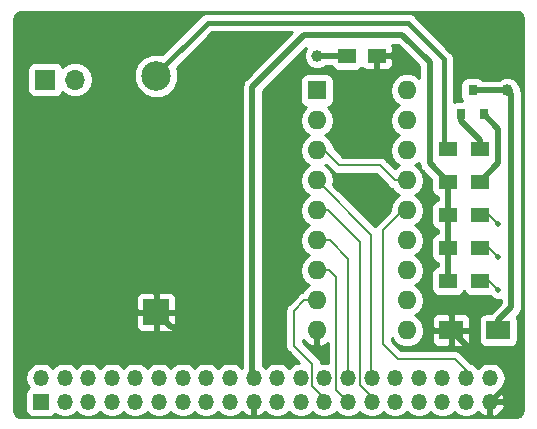
<source format=gtl>
G04 #@! TF.GenerationSoftware,KiCad,Pcbnew,5.0.2-bee76a0~70~ubuntu16.04.1*
G04 #@! TF.CreationDate,2019-01-05T22:09:08+01:00*
G04 #@! TF.ProjectId,OpenA1200RTC,4f70656e-4131-4323-9030-5254432e6b69,rev?*
G04 #@! TF.SameCoordinates,Original*
G04 #@! TF.FileFunction,Copper,L1,Top*
G04 #@! TF.FilePolarity,Positive*
%FSLAX46Y46*%
G04 Gerber Fmt 4.6, Leading zero omitted, Abs format (unit mm)*
G04 Created by KiCad (PCBNEW 5.0.2-bee76a0~70~ubuntu16.04.1) date sab 05 gen 2019 22:09:08 CET*
%MOMM*%
%LPD*%
G01*
G04 APERTURE LIST*
G04 #@! TA.AperFunction,ComponentPad*
%ADD10O,1.600000X1.600000*%
G04 #@! TD*
G04 #@! TA.AperFunction,ComponentPad*
%ADD11R,1.600000X1.600000*%
G04 #@! TD*
G04 #@! TA.AperFunction,ComponentPad*
%ADD12O,1.700000X1.700000*%
G04 #@! TD*
G04 #@! TA.AperFunction,ComponentPad*
%ADD13R,1.700000X1.700000*%
G04 #@! TD*
G04 #@! TA.AperFunction,SMDPad,CuDef*
%ADD14R,1.500000X1.250000*%
G04 #@! TD*
G04 #@! TA.AperFunction,SMDPad,CuDef*
%ADD15R,2.000000X1.600000*%
G04 #@! TD*
G04 #@! TA.AperFunction,SMDPad,CuDef*
%ADD16R,1.500000X1.300000*%
G04 #@! TD*
G04 #@! TA.AperFunction,ComponentPad*
%ADD17R,2.170000X2.170000*%
G04 #@! TD*
G04 #@! TA.AperFunction,ComponentPad*
%ADD18C,2.500000*%
G04 #@! TD*
G04 #@! TA.AperFunction,ComponentPad*
%ADD19O,1.350000X1.350000*%
G04 #@! TD*
G04 #@! TA.AperFunction,ComponentPad*
%ADD20R,1.350000X1.350000*%
G04 #@! TD*
G04 #@! TA.AperFunction,SMDPad,CuDef*
%ADD21R,0.800000X0.900000*%
G04 #@! TD*
G04 #@! TA.AperFunction,ViaPad*
%ADD22C,0.500000*%
G04 #@! TD*
G04 #@! TA.AperFunction,ViaPad*
%ADD23C,1.000000*%
G04 #@! TD*
G04 #@! TA.AperFunction,Conductor*
%ADD24C,0.200000*%
G04 #@! TD*
G04 #@! TA.AperFunction,Conductor*
%ADD25C,0.500000*%
G04 #@! TD*
G04 #@! TA.AperFunction,Conductor*
%ADD26C,0.400000*%
G04 #@! TD*
G04 #@! TA.AperFunction,Conductor*
%ADD27C,0.254000*%
G04 #@! TD*
G04 APERTURE END LIST*
D10*
G04 #@! TO.P,U1,18*
G04 #@! TO.N,VDD*
X159156400Y-80670400D03*
G04 #@! TO.P,U1,9*
G04 #@! TO.N,GND*
X151536400Y-100990400D03*
G04 #@! TO.P,U1,17*
G04 #@! TO.N,Net-(U1-Pad17)*
X159156400Y-83210400D03*
G04 #@! TO.P,U1,8*
G04 #@! TO.N,Net-(J1-Pad25)*
X151536400Y-98450400D03*
G04 #@! TO.P,U1,16*
G04 #@! TO.N,Net-(U1-Pad16)*
X159156400Y-85750400D03*
G04 #@! TO.P,U1,7*
G04 #@! TO.N,/RTC_A3*
X151536400Y-95910400D03*
G04 #@! TO.P,U1,15*
G04 #@! TO.N,Net-(R1-Pad2)*
X159156400Y-88290400D03*
G04 #@! TO.P,U1,6*
G04 #@! TO.N,/RTC_A2*
X151536400Y-93370400D03*
G04 #@! TO.P,U1,14*
G04 #@! TO.N,/RTC_D0*
X159156400Y-90830400D03*
G04 #@! TO.P,U1,5*
G04 #@! TO.N,/RTC_A1*
X151536400Y-90830400D03*
G04 #@! TO.P,U1,13*
G04 #@! TO.N,/RTC_D1*
X159156400Y-93370400D03*
G04 #@! TO.P,U1,4*
G04 #@! TO.N,/RTC_A0*
X151536400Y-88290400D03*
G04 #@! TO.P,U1,12*
G04 #@! TO.N,/RTC_D2*
X159156400Y-95910400D03*
G04 #@! TO.P,U1,3*
G04 #@! TO.N,Net-(R1-Pad2)*
X151536400Y-85750400D03*
G04 #@! TO.P,U1,11*
G04 #@! TO.N,/RTC_D3*
X159156400Y-98450400D03*
G04 #@! TO.P,U1,2*
G04 #@! TO.N,Net-(JP1-Pad2)*
X151536400Y-83210400D03*
G04 #@! TO.P,U1,10*
G04 #@! TO.N,Net-(J1-Pad26)*
X159156400Y-100990400D03*
D11*
G04 #@! TO.P,U1,1*
G04 #@! TO.N,Net-(R3-Pad2)*
X151536400Y-80670400D03*
G04 #@! TD*
D12*
G04 #@! TO.P,JP1,2*
G04 #@! TO.N,Net-(JP1-Pad2)*
X131064000Y-79756000D03*
D13*
G04 #@! TO.P,JP1,1*
G04 #@! TO.N,Net-(J1-Pad23)*
X128524000Y-79756000D03*
G04 #@! TD*
D14*
G04 #@! TO.P,C1,2*
G04 #@! TO.N,GND*
X156596400Y-77724000D03*
G04 #@! TO.P,C1,1*
G04 #@! TO.N,VDD*
X154096400Y-77724000D03*
G04 #@! TD*
D15*
G04 #@! TO.P,C2,2*
G04 #@! TO.N,GND*
X162896800Y-100965000D03*
G04 #@! TO.P,C2,1*
G04 #@! TO.N,VDD*
X166896800Y-100965000D03*
G04 #@! TD*
D16*
G04 #@! TO.P,R5,2*
G04 #@! TO.N,Net-(D1-Pad1)*
X165332400Y-85598000D03*
G04 #@! TO.P,R5,1*
G04 #@! TO.N,Net-(BT1-Pad1)*
X162632400Y-85598000D03*
G04 #@! TD*
G04 #@! TO.P,R4,1*
G04 #@! TO.N,VCC*
X162632400Y-88398000D03*
G04 #@! TO.P,R4,2*
G04 #@! TO.N,Net-(D1-Pad2)*
X165332400Y-88398000D03*
G04 #@! TD*
G04 #@! TO.P,R3,2*
G04 #@! TO.N,Net-(R3-Pad2)*
X165332400Y-91198000D03*
G04 #@! TO.P,R3,1*
G04 #@! TO.N,VCC*
X162632400Y-91198000D03*
G04 #@! TD*
G04 #@! TO.P,R2,1*
G04 #@! TO.N,VCC*
X162632400Y-93998000D03*
G04 #@! TO.P,R2,2*
G04 #@! TO.N,Net-(JP1-Pad2)*
X165332400Y-93998000D03*
G04 #@! TD*
G04 #@! TO.P,R1,2*
G04 #@! TO.N,Net-(R1-Pad2)*
X165332400Y-96798000D03*
G04 #@! TO.P,R1,1*
G04 #@! TO.N,VCC*
X162632400Y-96798000D03*
G04 #@! TD*
D17*
G04 #@! TO.P,BT1,2*
G04 #@! TO.N,GND*
X137922000Y-99441000D03*
D18*
G04 #@! TO.P,BT1,1*
G04 #@! TO.N,Net-(BT1-Pad1)*
X137922000Y-79441000D03*
G04 #@! TD*
D19*
G04 #@! TO.P,J1,40*
G04 #@! TO.N,Net-(J1-Pad40)*
X166168400Y-105022900D03*
G04 #@! TO.P,J1,39*
G04 #@! TO.N,GND*
X166168400Y-107022900D03*
G04 #@! TO.P,J1,38*
G04 #@! TO.N,/RTC_D0*
X164168400Y-105022900D03*
G04 #@! TO.P,J1,37*
G04 #@! TO.N,/RTC_D1*
X164168400Y-107022900D03*
G04 #@! TO.P,J1,36*
G04 #@! TO.N,/RTC_D2*
X162168400Y-105022900D03*
G04 #@! TO.P,J1,35*
G04 #@! TO.N,/RTC_D3*
X162168400Y-107022900D03*
G04 #@! TO.P,J1,34*
G04 #@! TO.N,Net-(J1-Pad34)*
X160168400Y-105022900D03*
G04 #@! TO.P,J1,33*
G04 #@! TO.N,Net-(J1-Pad33)*
X160168400Y-107022900D03*
G04 #@! TO.P,J1,32*
G04 #@! TO.N,Net-(J1-Pad32)*
X158168400Y-105022900D03*
G04 #@! TO.P,J1,31*
G04 #@! TO.N,Net-(J1-Pad31)*
X158168400Y-107022900D03*
G04 #@! TO.P,J1,30*
G04 #@! TO.N,/RTC_A0*
X156168400Y-105022900D03*
G04 #@! TO.P,J1,29*
G04 #@! TO.N,/RTC_A1*
X156168400Y-107022900D03*
G04 #@! TO.P,J1,28*
G04 #@! TO.N,/RTC_A2*
X154168400Y-105022900D03*
G04 #@! TO.P,J1,27*
G04 #@! TO.N,/RTC_A3*
X154168400Y-107022900D03*
G04 #@! TO.P,J1,26*
G04 #@! TO.N,Net-(J1-Pad26)*
X152168400Y-105022900D03*
G04 #@! TO.P,J1,25*
G04 #@! TO.N,Net-(J1-Pad25)*
X152168400Y-107022900D03*
G04 #@! TO.P,J1,24*
G04 #@! TO.N,Net-(J1-Pad24)*
X150168400Y-105022900D03*
G04 #@! TO.P,J1,23*
G04 #@! TO.N,Net-(J1-Pad23)*
X150168400Y-107022900D03*
G04 #@! TO.P,J1,22*
G04 #@! TO.N,Net-(J1-Pad22)*
X148168400Y-105022900D03*
G04 #@! TO.P,J1,21*
G04 #@! TO.N,Net-(J1-Pad21)*
X148168400Y-107022900D03*
G04 #@! TO.P,J1,20*
G04 #@! TO.N,VCC*
X146168400Y-105022900D03*
G04 #@! TO.P,J1,19*
G04 #@! TO.N,GND*
X146168400Y-107022900D03*
G04 #@! TO.P,J1,18*
G04 #@! TO.N,Net-(J1-Pad18)*
X144168400Y-105022900D03*
G04 #@! TO.P,J1,17*
G04 #@! TO.N,Net-(J1-Pad17)*
X144168400Y-107022900D03*
G04 #@! TO.P,J1,16*
G04 #@! TO.N,Net-(J1-Pad16)*
X142168400Y-105022900D03*
G04 #@! TO.P,J1,15*
G04 #@! TO.N,Net-(J1-Pad15)*
X142168400Y-107022900D03*
G04 #@! TO.P,J1,14*
G04 #@! TO.N,Net-(J1-Pad14)*
X140168400Y-105022900D03*
G04 #@! TO.P,J1,13*
G04 #@! TO.N,Net-(J1-Pad13)*
X140168400Y-107022900D03*
G04 #@! TO.P,J1,12*
G04 #@! TO.N,Net-(J1-Pad12)*
X138168400Y-105022900D03*
G04 #@! TO.P,J1,11*
G04 #@! TO.N,Net-(J1-Pad11)*
X138168400Y-107022900D03*
G04 #@! TO.P,J1,10*
G04 #@! TO.N,Net-(J1-Pad10)*
X136168400Y-105022900D03*
G04 #@! TO.P,J1,9*
G04 #@! TO.N,Net-(J1-Pad9)*
X136168400Y-107022900D03*
G04 #@! TO.P,J1,8*
G04 #@! TO.N,Net-(J1-Pad8)*
X134168400Y-105022900D03*
G04 #@! TO.P,J1,7*
G04 #@! TO.N,Net-(J1-Pad7)*
X134168400Y-107022900D03*
G04 #@! TO.P,J1,6*
G04 #@! TO.N,Net-(J1-Pad6)*
X132168400Y-105022900D03*
G04 #@! TO.P,J1,5*
G04 #@! TO.N,Net-(J1-Pad5)*
X132168400Y-107022900D03*
G04 #@! TO.P,J1,4*
G04 #@! TO.N,Net-(J1-Pad4)*
X130168400Y-105022900D03*
G04 #@! TO.P,J1,3*
G04 #@! TO.N,Net-(J1-Pad3)*
X130168400Y-107022900D03*
G04 #@! TO.P,J1,2*
G04 #@! TO.N,Net-(J1-Pad2)*
X128168400Y-105022900D03*
D20*
G04 #@! TO.P,J1,1*
G04 #@! TO.N,Net-(J1-Pad1)*
X128168400Y-107022900D03*
G04 #@! TD*
D21*
G04 #@! TO.P,D1,3*
G04 #@! TO.N,VDD*
X164719000Y-80670400D03*
G04 #@! TO.P,D1,2*
G04 #@! TO.N,Net-(D1-Pad2)*
X165669000Y-82670400D03*
G04 #@! TO.P,D1,1*
G04 #@! TO.N,Net-(D1-Pad1)*
X163769000Y-82670400D03*
G04 #@! TD*
D22*
G04 #@! TO.N,Net-(R1-Pad2)*
X166878000Y-97536000D03*
G04 #@! TO.N,Net-(JP1-Pad2)*
X166878000Y-94742000D03*
G04 #@! TO.N,Net-(R3-Pad2)*
X166878000Y-91948000D03*
D23*
G04 #@! TO.N,VDD*
X167640000Y-80670400D03*
X151546560Y-77718920D03*
G04 #@! TO.N,GND*
X140884400Y-95910400D03*
X134756400Y-95910400D03*
X132232400Y-100736400D03*
X143662400Y-100736400D03*
X168046400Y-75082400D03*
X126849400Y-75082400D03*
X140884400Y-91084400D03*
X134756400Y-91084400D03*
X155346400Y-85750400D03*
X155346400Y-88290400D03*
G04 #@! TD*
D24*
G04 #@! TO.N,Net-(R1-Pad2)*
X159156400Y-88290400D02*
X158115000Y-88290400D01*
X158115000Y-88290400D02*
X156845000Y-87020400D01*
X156845000Y-87020400D02*
X153441400Y-87020400D01*
X152171400Y-85750400D02*
X151536400Y-85750400D01*
X153441400Y-87020400D02*
X152171400Y-85750400D01*
X166140000Y-96798000D02*
X166878000Y-97536000D01*
X165332400Y-96798000D02*
X166140000Y-96798000D01*
D25*
G04 #@! TO.N,VCC*
X162632400Y-96798000D02*
X162632400Y-93998000D01*
X162632400Y-93998000D02*
X162632400Y-91198000D01*
X162632400Y-91198000D02*
X162632400Y-88398000D01*
X162616800Y-88398000D02*
X162632400Y-88398000D01*
X161074100Y-78270100D02*
X161074100Y-86839700D01*
X146075400Y-104929900D02*
X146075400Y-80352900D01*
X146075400Y-80352900D02*
X150482300Y-75946000D01*
X150482300Y-75946000D02*
X158750000Y-75946000D01*
X161074100Y-86839700D02*
X162632400Y-88398000D01*
X158750000Y-75946000D02*
X161074100Y-78270100D01*
D24*
G04 #@! TO.N,Net-(JP1-Pad2)*
X166134000Y-93998000D02*
X166878000Y-94742000D01*
X165332400Y-93998000D02*
X166134000Y-93998000D01*
G04 #@! TO.N,Net-(R3-Pad2)*
X166128000Y-91198000D02*
X166878000Y-91948000D01*
X165332400Y-91198000D02*
X166128000Y-91198000D01*
D25*
G04 #@! TO.N,VDD*
X151551640Y-77724000D02*
X151546560Y-77718920D01*
X154096400Y-77724000D02*
X151551640Y-77724000D01*
X167640000Y-80670400D02*
X164719000Y-80670400D01*
X166896800Y-100115620D02*
X166896800Y-100965000D01*
X167975280Y-81005680D02*
X167975280Y-99037140D01*
X167975280Y-99037140D02*
X166896800Y-100115620D01*
X167640000Y-80670400D02*
X167975280Y-81005680D01*
G04 #@! TO.N,Net-(D1-Pad1)*
X163769000Y-82670400D02*
X163769000Y-83276400D01*
X165332400Y-84839800D02*
X165332400Y-85598000D01*
X163769000Y-83276400D02*
X165332400Y-84839800D01*
D24*
G04 #@! TO.N,Net-(BT1-Pad1)*
X162632400Y-85598000D02*
X162632400Y-85594200D01*
D26*
X142306000Y-74930000D02*
X137922000Y-79314000D01*
X162632400Y-85598000D02*
X162306000Y-85271600D01*
X162306000Y-85271600D02*
X162306000Y-78028800D01*
X162306000Y-78028800D02*
X159207200Y-74930000D01*
X159207200Y-74930000D02*
X142306000Y-74930000D01*
D25*
G04 #@! TO.N,GND*
X156596400Y-81325400D02*
X156596400Y-77622400D01*
X155346400Y-85750400D02*
X155346400Y-82575400D01*
X155346400Y-82575400D02*
X156596400Y-81325400D01*
X146168400Y-107022900D02*
X146168400Y-107052400D01*
X140884400Y-97958400D02*
X143662400Y-100736400D01*
X140884400Y-95910400D02*
X140884400Y-97958400D01*
X140884400Y-91084400D02*
X140884400Y-95910400D01*
X134756400Y-98212400D02*
X132232400Y-100736400D01*
X134756400Y-95910400D02*
X134756400Y-98212400D01*
X134756400Y-91084400D02*
X134756400Y-95910400D01*
X167728900Y-105562400D02*
X167728900Y-104013000D01*
X166763700Y-103047800D02*
X167728900Y-104013000D01*
X164979600Y-103047800D02*
X166763700Y-103047800D01*
X162896800Y-100965000D02*
X164979600Y-103047800D01*
X166268400Y-107022900D02*
X167728900Y-105562400D01*
X139217400Y-100736400D02*
X137922000Y-99441000D01*
X143662400Y-100736400D02*
X139217400Y-100736400D01*
X146168400Y-107022900D02*
X146138900Y-107022900D01*
D24*
G04 #@! TO.N,Net-(J1-Pad25)*
X150469600Y-98450400D02*
X151536400Y-98450400D01*
X149606000Y-99314000D02*
X150469600Y-98450400D01*
X149606000Y-102273100D02*
X149606000Y-99314000D01*
X151155400Y-105714800D02*
X151155400Y-103822500D01*
X152168400Y-106727800D02*
X151155400Y-105714800D01*
X152168400Y-107022900D02*
X152168400Y-106727800D01*
X151155400Y-103822500D02*
X149606000Y-102273100D01*
G04 #@! TO.N,/RTC_A3*
X154165300Y-107022900D02*
X154168400Y-107022900D01*
X151536400Y-95910400D02*
X152577800Y-95910400D01*
X152577800Y-95910400D02*
X153174700Y-96507300D01*
X153174700Y-96507300D02*
X153174700Y-106032300D01*
X153174700Y-106032300D02*
X154165300Y-107022900D01*
G04 #@! TO.N,/RTC_A2*
X152631700Y-93370400D02*
X154168400Y-94907100D01*
X151536400Y-93370400D02*
X152631700Y-93370400D01*
X154168400Y-105022900D02*
X154168400Y-94907100D01*
G04 #@! TO.N,/RTC_D0*
X164168400Y-104376800D02*
X164168400Y-105022900D01*
X163195000Y-103403400D02*
X164168400Y-104376800D01*
X158369000Y-103403400D02*
X163195000Y-103403400D01*
X159156400Y-90830400D02*
X158800800Y-90830400D01*
X158800800Y-90830400D02*
X157149800Y-92481400D01*
X157149800Y-92481400D02*
X157149800Y-102184200D01*
X157149800Y-102184200D02*
X158369000Y-103403400D01*
G04 #@! TO.N,/RTC_A1*
X156168400Y-107022900D02*
X156168400Y-106638400D01*
X156168400Y-106638400D02*
X155168600Y-105638600D01*
X152450800Y-90830400D02*
X155168600Y-93548200D01*
X155168600Y-105638600D02*
X155168600Y-93548200D01*
X152450800Y-90830400D02*
X151536400Y-90830400D01*
G04 #@! TO.N,/RTC_A0*
X156133800Y-92887800D02*
X156133800Y-104988300D01*
X156133800Y-92887800D02*
X151536400Y-88290400D01*
D25*
G04 #@! TO.N,Net-(D1-Pad2)*
X165348000Y-88398000D02*
X165332400Y-88398000D01*
X165669000Y-82670400D02*
X165669000Y-82687200D01*
X165669000Y-82687200D02*
X166908480Y-83926680D01*
X166908480Y-83926680D02*
X166908480Y-86837520D01*
X166908480Y-86837520D02*
X165348000Y-88398000D01*
G04 #@! TD*
D27*
G04 #@! TO.N,GND*
G36*
X168609187Y-74058465D02*
X168774320Y-74153805D01*
X168896888Y-74299877D01*
X168972955Y-74508865D01*
X168981400Y-74605396D01*
X168981401Y-107726275D01*
X168937335Y-107976187D01*
X168841996Y-108141319D01*
X168695924Y-108263888D01*
X168486932Y-108339955D01*
X168390404Y-108348400D01*
X126536519Y-108348400D01*
X126286613Y-108304335D01*
X126121481Y-108208996D01*
X125998912Y-108062924D01*
X125922845Y-107853932D01*
X125914400Y-107757404D01*
X125914400Y-105022900D01*
X126832736Y-105022900D01*
X126934407Y-105534036D01*
X127130114Y-105826932D01*
X127035591Y-105890091D01*
X126895243Y-106100135D01*
X126845960Y-106347900D01*
X126845960Y-107697900D01*
X126895243Y-107945665D01*
X127035591Y-108155709D01*
X127245635Y-108296057D01*
X127493400Y-108345340D01*
X128843400Y-108345340D01*
X129091165Y-108296057D01*
X129301209Y-108155709D01*
X129364368Y-108061186D01*
X129657264Y-108256893D01*
X130039378Y-108332900D01*
X130297422Y-108332900D01*
X130679536Y-108256893D01*
X131112857Y-107967357D01*
X131168400Y-107884231D01*
X131223943Y-107967357D01*
X131657264Y-108256893D01*
X132039378Y-108332900D01*
X132297422Y-108332900D01*
X132679536Y-108256893D01*
X133112857Y-107967357D01*
X133168400Y-107884231D01*
X133223943Y-107967357D01*
X133657264Y-108256893D01*
X134039378Y-108332900D01*
X134297422Y-108332900D01*
X134679536Y-108256893D01*
X135112857Y-107967357D01*
X135168400Y-107884231D01*
X135223943Y-107967357D01*
X135657264Y-108256893D01*
X136039378Y-108332900D01*
X136297422Y-108332900D01*
X136679536Y-108256893D01*
X137112857Y-107967357D01*
X137168400Y-107884231D01*
X137223943Y-107967357D01*
X137657264Y-108256893D01*
X138039378Y-108332900D01*
X138297422Y-108332900D01*
X138679536Y-108256893D01*
X139112857Y-107967357D01*
X139168400Y-107884231D01*
X139223943Y-107967357D01*
X139657264Y-108256893D01*
X140039378Y-108332900D01*
X140297422Y-108332900D01*
X140679536Y-108256893D01*
X141112857Y-107967357D01*
X141168400Y-107884231D01*
X141223943Y-107967357D01*
X141657264Y-108256893D01*
X142039378Y-108332900D01*
X142297422Y-108332900D01*
X142679536Y-108256893D01*
X143112857Y-107967357D01*
X143168400Y-107884231D01*
X143223943Y-107967357D01*
X143657264Y-108256893D01*
X144039378Y-108332900D01*
X144297422Y-108332900D01*
X144679536Y-108256893D01*
X145112857Y-107967357D01*
X145181556Y-107864542D01*
X145504767Y-108152378D01*
X145839000Y-108290810D01*
X146041400Y-108167124D01*
X146041400Y-107149900D01*
X146021400Y-107149900D01*
X146021400Y-106895900D01*
X146041400Y-106895900D01*
X146041400Y-106875900D01*
X146295400Y-106875900D01*
X146295400Y-106895900D01*
X146315400Y-106895900D01*
X146315400Y-107149900D01*
X146295400Y-107149900D01*
X146295400Y-108167124D01*
X146497800Y-108290810D01*
X146832033Y-108152378D01*
X147155244Y-107864542D01*
X147223943Y-107967357D01*
X147657264Y-108256893D01*
X148039378Y-108332900D01*
X148297422Y-108332900D01*
X148679536Y-108256893D01*
X149112857Y-107967357D01*
X149168400Y-107884231D01*
X149223943Y-107967357D01*
X149657264Y-108256893D01*
X150039378Y-108332900D01*
X150297422Y-108332900D01*
X150679536Y-108256893D01*
X151112857Y-107967357D01*
X151168400Y-107884231D01*
X151223943Y-107967357D01*
X151657264Y-108256893D01*
X152039378Y-108332900D01*
X152297422Y-108332900D01*
X152679536Y-108256893D01*
X153112857Y-107967357D01*
X153168400Y-107884231D01*
X153223943Y-107967357D01*
X153657264Y-108256893D01*
X154039378Y-108332900D01*
X154297422Y-108332900D01*
X154679536Y-108256893D01*
X155112857Y-107967357D01*
X155168400Y-107884231D01*
X155223943Y-107967357D01*
X155657264Y-108256893D01*
X156039378Y-108332900D01*
X156297422Y-108332900D01*
X156679536Y-108256893D01*
X157112857Y-107967357D01*
X157168400Y-107884231D01*
X157223943Y-107967357D01*
X157657264Y-108256893D01*
X158039378Y-108332900D01*
X158297422Y-108332900D01*
X158679536Y-108256893D01*
X159112857Y-107967357D01*
X159168400Y-107884231D01*
X159223943Y-107967357D01*
X159657264Y-108256893D01*
X160039378Y-108332900D01*
X160297422Y-108332900D01*
X160679536Y-108256893D01*
X161112857Y-107967357D01*
X161168400Y-107884231D01*
X161223943Y-107967357D01*
X161657264Y-108256893D01*
X162039378Y-108332900D01*
X162297422Y-108332900D01*
X162679536Y-108256893D01*
X163112857Y-107967357D01*
X163168400Y-107884231D01*
X163223943Y-107967357D01*
X163657264Y-108256893D01*
X164039378Y-108332900D01*
X164297422Y-108332900D01*
X164679536Y-108256893D01*
X165112857Y-107967357D01*
X165181556Y-107864542D01*
X165504767Y-108152378D01*
X165839000Y-108290810D01*
X166041400Y-108167124D01*
X166041400Y-107149900D01*
X166295400Y-107149900D01*
X166295400Y-108167124D01*
X166497800Y-108290810D01*
X166832033Y-108152378D01*
X167213749Y-107812440D01*
X167436320Y-107352302D01*
X167313490Y-107149900D01*
X166295400Y-107149900D01*
X166041400Y-107149900D01*
X166021400Y-107149900D01*
X166021400Y-106895900D01*
X166041400Y-106895900D01*
X166041400Y-106875900D01*
X166295400Y-106875900D01*
X166295400Y-106895900D01*
X167313490Y-106895900D01*
X167436320Y-106693498D01*
X167213749Y-106233360D01*
X166999846Y-106042868D01*
X167112857Y-105967357D01*
X167402393Y-105534036D01*
X167504064Y-105022900D01*
X167402393Y-104511764D01*
X167112857Y-104078443D01*
X166679536Y-103788907D01*
X166297422Y-103712900D01*
X166039378Y-103712900D01*
X165657264Y-103788907D01*
X165223943Y-104078443D01*
X165168400Y-104161569D01*
X165112857Y-104078443D01*
X164679536Y-103788907D01*
X164605160Y-103774113D01*
X163765911Y-102934865D01*
X163724905Y-102873495D01*
X163481783Y-102711046D01*
X163267388Y-102668400D01*
X163267384Y-102668400D01*
X163195000Y-102654002D01*
X163122616Y-102668400D01*
X158673447Y-102668400D01*
X157884800Y-101879754D01*
X157884800Y-101670247D01*
X158121823Y-102024977D01*
X158596491Y-102342140D01*
X159015067Y-102425400D01*
X159297733Y-102425400D01*
X159716309Y-102342140D01*
X160190977Y-102024977D01*
X160508140Y-101550309D01*
X160567726Y-101250750D01*
X161261800Y-101250750D01*
X161261800Y-101891310D01*
X161358473Y-102124699D01*
X161537102Y-102303327D01*
X161770491Y-102400000D01*
X162611050Y-102400000D01*
X162769800Y-102241250D01*
X162769800Y-101092000D01*
X163023800Y-101092000D01*
X163023800Y-102241250D01*
X163182550Y-102400000D01*
X164023109Y-102400000D01*
X164256498Y-102303327D01*
X164435127Y-102124699D01*
X164531800Y-101891310D01*
X164531800Y-101250750D01*
X164373050Y-101092000D01*
X163023800Y-101092000D01*
X162769800Y-101092000D01*
X161420550Y-101092000D01*
X161261800Y-101250750D01*
X160567726Y-101250750D01*
X160619513Y-100990400D01*
X160508140Y-100430491D01*
X160246347Y-100038690D01*
X161261800Y-100038690D01*
X161261800Y-100679250D01*
X161420550Y-100838000D01*
X162769800Y-100838000D01*
X162769800Y-99688750D01*
X163023800Y-99688750D01*
X163023800Y-100838000D01*
X164373050Y-100838000D01*
X164531800Y-100679250D01*
X164531800Y-100038690D01*
X164435127Y-99805301D01*
X164256498Y-99626673D01*
X164023109Y-99530000D01*
X163182550Y-99530000D01*
X163023800Y-99688750D01*
X162769800Y-99688750D01*
X162611050Y-99530000D01*
X161770491Y-99530000D01*
X161537102Y-99626673D01*
X161358473Y-99805301D01*
X161261800Y-100038690D01*
X160246347Y-100038690D01*
X160190977Y-99955823D01*
X159838642Y-99720400D01*
X160190977Y-99484977D01*
X160508140Y-99010309D01*
X160619513Y-98450400D01*
X160508140Y-97890491D01*
X160190977Y-97415823D01*
X159838642Y-97180400D01*
X160190977Y-96944977D01*
X160508140Y-96470309D01*
X160619513Y-95910400D01*
X160508140Y-95350491D01*
X160190977Y-94875823D01*
X159838642Y-94640400D01*
X160190977Y-94404977D01*
X160508140Y-93930309D01*
X160619513Y-93370400D01*
X160508140Y-92810491D01*
X160190977Y-92335823D01*
X159838642Y-92100400D01*
X160190977Y-91864977D01*
X160508140Y-91390309D01*
X160619513Y-90830400D01*
X160508140Y-90270491D01*
X160190977Y-89795823D01*
X159838642Y-89560400D01*
X160190977Y-89324977D01*
X160508140Y-88850309D01*
X160619513Y-88290400D01*
X160508140Y-87730491D01*
X160190977Y-87255823D01*
X159838642Y-87020400D01*
X160181371Y-86791395D01*
X160171763Y-86839700D01*
X160240448Y-87185009D01*
X160386676Y-87403854D01*
X160386678Y-87403856D01*
X160436052Y-87477749D01*
X160509945Y-87527123D01*
X161234960Y-88252139D01*
X161234960Y-89048000D01*
X161284243Y-89295765D01*
X161424591Y-89505809D01*
X161634635Y-89646157D01*
X161747401Y-89668587D01*
X161747400Y-89927413D01*
X161634635Y-89949843D01*
X161424591Y-90090191D01*
X161284243Y-90300235D01*
X161234960Y-90548000D01*
X161234960Y-91848000D01*
X161284243Y-92095765D01*
X161424591Y-92305809D01*
X161634635Y-92446157D01*
X161747401Y-92468587D01*
X161747400Y-92727413D01*
X161634635Y-92749843D01*
X161424591Y-92890191D01*
X161284243Y-93100235D01*
X161234960Y-93348000D01*
X161234960Y-94648000D01*
X161284243Y-94895765D01*
X161424591Y-95105809D01*
X161634635Y-95246157D01*
X161747401Y-95268587D01*
X161747400Y-95527413D01*
X161634635Y-95549843D01*
X161424591Y-95690191D01*
X161284243Y-95900235D01*
X161234960Y-96148000D01*
X161234960Y-97448000D01*
X161284243Y-97695765D01*
X161424591Y-97905809D01*
X161634635Y-98046157D01*
X161882400Y-98095440D01*
X163382400Y-98095440D01*
X163630165Y-98046157D01*
X163840209Y-97905809D01*
X163980557Y-97695765D01*
X163982400Y-97686500D01*
X163984243Y-97695765D01*
X164124591Y-97905809D01*
X164334635Y-98046157D01*
X164582400Y-98095440D01*
X166082400Y-98095440D01*
X166168696Y-98078275D01*
X166376688Y-98286267D01*
X166701963Y-98421000D01*
X167054037Y-98421000D01*
X167090281Y-98405987D01*
X167090281Y-98670560D01*
X166332647Y-99428195D01*
X166258751Y-99477571D01*
X166232031Y-99517560D01*
X165896800Y-99517560D01*
X165649035Y-99566843D01*
X165438991Y-99707191D01*
X165298643Y-99917235D01*
X165249360Y-100165000D01*
X165249360Y-101765000D01*
X165298643Y-102012765D01*
X165438991Y-102222809D01*
X165649035Y-102363157D01*
X165896800Y-102412440D01*
X167896800Y-102412440D01*
X168144565Y-102363157D01*
X168354609Y-102222809D01*
X168494957Y-102012765D01*
X168544240Y-101765000D01*
X168544240Y-100165000D01*
X168494957Y-99917235D01*
X168435599Y-99828400D01*
X168539436Y-99724563D01*
X168613329Y-99675189D01*
X168663047Y-99600782D01*
X168740425Y-99484977D01*
X168808932Y-99382450D01*
X168860280Y-99124305D01*
X168860280Y-99124300D01*
X168877617Y-99037141D01*
X168860280Y-98949981D01*
X168860280Y-81092841D01*
X168877617Y-81005680D01*
X168860280Y-80918519D01*
X168860280Y-80918515D01*
X168808932Y-80660370D01*
X168775000Y-80609587D01*
X168775000Y-80444634D01*
X168602207Y-80027474D01*
X168282926Y-79708193D01*
X167865766Y-79535400D01*
X167414234Y-79535400D01*
X166997074Y-79708193D01*
X166919867Y-79785400D01*
X165592050Y-79785400D01*
X165576809Y-79762591D01*
X165366765Y-79622243D01*
X165119000Y-79572960D01*
X164319000Y-79572960D01*
X164071235Y-79622243D01*
X163861191Y-79762591D01*
X163720843Y-79972635D01*
X163671560Y-80220400D01*
X163671560Y-81120400D01*
X163720843Y-81368165D01*
X163857684Y-81572960D01*
X163369000Y-81572960D01*
X163141000Y-81618312D01*
X163141000Y-78111033D01*
X163157357Y-78028800D01*
X163141000Y-77946567D01*
X163141000Y-77946563D01*
X163092552Y-77702999D01*
X162908001Y-77426799D01*
X162838283Y-77380215D01*
X159855787Y-74397720D01*
X159809201Y-74327999D01*
X159533001Y-74143448D01*
X159289437Y-74095000D01*
X159289433Y-74095000D01*
X159207200Y-74078643D01*
X159124967Y-74095000D01*
X142388232Y-74095000D01*
X142305999Y-74078643D01*
X142223766Y-74095000D01*
X142223763Y-74095000D01*
X141988836Y-74141730D01*
X141980199Y-74143448D01*
X141918689Y-74184548D01*
X141703999Y-74327999D01*
X141657417Y-74397714D01*
X138439915Y-77615218D01*
X138296950Y-77556000D01*
X137547050Y-77556000D01*
X136854233Y-77842974D01*
X136323974Y-78373233D01*
X136037000Y-79066050D01*
X136037000Y-79815950D01*
X136323974Y-80508767D01*
X136854233Y-81039026D01*
X137547050Y-81326000D01*
X138296950Y-81326000D01*
X138989767Y-81039026D01*
X139520026Y-80508767D01*
X139807000Y-79815950D01*
X139807000Y-79066050D01*
X139673387Y-78743480D01*
X142651869Y-75765000D01*
X149411721Y-75765000D01*
X145511245Y-79665477D01*
X145437352Y-79714851D01*
X145387978Y-79788744D01*
X145387976Y-79788746D01*
X145241748Y-80007591D01*
X145173063Y-80352900D01*
X145190401Y-80440066D01*
X145190400Y-104128644D01*
X145168400Y-104161569D01*
X145112857Y-104078443D01*
X144679536Y-103788907D01*
X144297422Y-103712900D01*
X144039378Y-103712900D01*
X143657264Y-103788907D01*
X143223943Y-104078443D01*
X143168400Y-104161569D01*
X143112857Y-104078443D01*
X142679536Y-103788907D01*
X142297422Y-103712900D01*
X142039378Y-103712900D01*
X141657264Y-103788907D01*
X141223943Y-104078443D01*
X141168400Y-104161569D01*
X141112857Y-104078443D01*
X140679536Y-103788907D01*
X140297422Y-103712900D01*
X140039378Y-103712900D01*
X139657264Y-103788907D01*
X139223943Y-104078443D01*
X139168400Y-104161569D01*
X139112857Y-104078443D01*
X138679536Y-103788907D01*
X138297422Y-103712900D01*
X138039378Y-103712900D01*
X137657264Y-103788907D01*
X137223943Y-104078443D01*
X137168400Y-104161569D01*
X137112857Y-104078443D01*
X136679536Y-103788907D01*
X136297422Y-103712900D01*
X136039378Y-103712900D01*
X135657264Y-103788907D01*
X135223943Y-104078443D01*
X135168400Y-104161569D01*
X135112857Y-104078443D01*
X134679536Y-103788907D01*
X134297422Y-103712900D01*
X134039378Y-103712900D01*
X133657264Y-103788907D01*
X133223943Y-104078443D01*
X133168400Y-104161569D01*
X133112857Y-104078443D01*
X132679536Y-103788907D01*
X132297422Y-103712900D01*
X132039378Y-103712900D01*
X131657264Y-103788907D01*
X131223943Y-104078443D01*
X131168400Y-104161569D01*
X131112857Y-104078443D01*
X130679536Y-103788907D01*
X130297422Y-103712900D01*
X130039378Y-103712900D01*
X129657264Y-103788907D01*
X129223943Y-104078443D01*
X129168400Y-104161569D01*
X129112857Y-104078443D01*
X128679536Y-103788907D01*
X128297422Y-103712900D01*
X128039378Y-103712900D01*
X127657264Y-103788907D01*
X127223943Y-104078443D01*
X126934407Y-104511764D01*
X126832736Y-105022900D01*
X125914400Y-105022900D01*
X125914400Y-99726750D01*
X136202000Y-99726750D01*
X136202000Y-100652309D01*
X136298673Y-100885698D01*
X136477301Y-101064327D01*
X136710690Y-101161000D01*
X137636250Y-101161000D01*
X137795000Y-101002250D01*
X137795000Y-99568000D01*
X138049000Y-99568000D01*
X138049000Y-101002250D01*
X138207750Y-101161000D01*
X139133310Y-101161000D01*
X139366699Y-101064327D01*
X139545327Y-100885698D01*
X139642000Y-100652309D01*
X139642000Y-99726750D01*
X139483250Y-99568000D01*
X138049000Y-99568000D01*
X137795000Y-99568000D01*
X136360750Y-99568000D01*
X136202000Y-99726750D01*
X125914400Y-99726750D01*
X125914400Y-98229691D01*
X136202000Y-98229691D01*
X136202000Y-99155250D01*
X136360750Y-99314000D01*
X137795000Y-99314000D01*
X137795000Y-97879750D01*
X138049000Y-97879750D01*
X138049000Y-99314000D01*
X139483250Y-99314000D01*
X139642000Y-99155250D01*
X139642000Y-98229691D01*
X139545327Y-97996302D01*
X139366699Y-97817673D01*
X139133310Y-97721000D01*
X138207750Y-97721000D01*
X138049000Y-97879750D01*
X137795000Y-97879750D01*
X137636250Y-97721000D01*
X136710690Y-97721000D01*
X136477301Y-97817673D01*
X136298673Y-97996302D01*
X136202000Y-98229691D01*
X125914400Y-98229691D01*
X125914400Y-78906000D01*
X127026560Y-78906000D01*
X127026560Y-80606000D01*
X127075843Y-80853765D01*
X127216191Y-81063809D01*
X127426235Y-81204157D01*
X127674000Y-81253440D01*
X129374000Y-81253440D01*
X129621765Y-81204157D01*
X129831809Y-81063809D01*
X129972157Y-80853765D01*
X129981184Y-80808381D01*
X129993375Y-80826625D01*
X130484582Y-81154839D01*
X130917744Y-81241000D01*
X131210256Y-81241000D01*
X131643418Y-81154839D01*
X132134625Y-80826625D01*
X132462839Y-80335418D01*
X132578092Y-79756000D01*
X132462839Y-79176582D01*
X132134625Y-78685375D01*
X131643418Y-78357161D01*
X131210256Y-78271000D01*
X130917744Y-78271000D01*
X130484582Y-78357161D01*
X129993375Y-78685375D01*
X129981184Y-78703619D01*
X129972157Y-78658235D01*
X129831809Y-78448191D01*
X129621765Y-78307843D01*
X129374000Y-78258560D01*
X127674000Y-78258560D01*
X127426235Y-78307843D01*
X127216191Y-78448191D01*
X127075843Y-78658235D01*
X127026560Y-78906000D01*
X125914400Y-78906000D01*
X125914400Y-74636519D01*
X125958465Y-74386613D01*
X126053805Y-74221480D01*
X126199877Y-74098912D01*
X126408865Y-74022845D01*
X126505396Y-74014400D01*
X168359281Y-74014400D01*
X168609187Y-74058465D01*
X168609187Y-74058465D01*
G37*
X168609187Y-74058465D02*
X168774320Y-74153805D01*
X168896888Y-74299877D01*
X168972955Y-74508865D01*
X168981400Y-74605396D01*
X168981401Y-107726275D01*
X168937335Y-107976187D01*
X168841996Y-108141319D01*
X168695924Y-108263888D01*
X168486932Y-108339955D01*
X168390404Y-108348400D01*
X126536519Y-108348400D01*
X126286613Y-108304335D01*
X126121481Y-108208996D01*
X125998912Y-108062924D01*
X125922845Y-107853932D01*
X125914400Y-107757404D01*
X125914400Y-105022900D01*
X126832736Y-105022900D01*
X126934407Y-105534036D01*
X127130114Y-105826932D01*
X127035591Y-105890091D01*
X126895243Y-106100135D01*
X126845960Y-106347900D01*
X126845960Y-107697900D01*
X126895243Y-107945665D01*
X127035591Y-108155709D01*
X127245635Y-108296057D01*
X127493400Y-108345340D01*
X128843400Y-108345340D01*
X129091165Y-108296057D01*
X129301209Y-108155709D01*
X129364368Y-108061186D01*
X129657264Y-108256893D01*
X130039378Y-108332900D01*
X130297422Y-108332900D01*
X130679536Y-108256893D01*
X131112857Y-107967357D01*
X131168400Y-107884231D01*
X131223943Y-107967357D01*
X131657264Y-108256893D01*
X132039378Y-108332900D01*
X132297422Y-108332900D01*
X132679536Y-108256893D01*
X133112857Y-107967357D01*
X133168400Y-107884231D01*
X133223943Y-107967357D01*
X133657264Y-108256893D01*
X134039378Y-108332900D01*
X134297422Y-108332900D01*
X134679536Y-108256893D01*
X135112857Y-107967357D01*
X135168400Y-107884231D01*
X135223943Y-107967357D01*
X135657264Y-108256893D01*
X136039378Y-108332900D01*
X136297422Y-108332900D01*
X136679536Y-108256893D01*
X137112857Y-107967357D01*
X137168400Y-107884231D01*
X137223943Y-107967357D01*
X137657264Y-108256893D01*
X138039378Y-108332900D01*
X138297422Y-108332900D01*
X138679536Y-108256893D01*
X139112857Y-107967357D01*
X139168400Y-107884231D01*
X139223943Y-107967357D01*
X139657264Y-108256893D01*
X140039378Y-108332900D01*
X140297422Y-108332900D01*
X140679536Y-108256893D01*
X141112857Y-107967357D01*
X141168400Y-107884231D01*
X141223943Y-107967357D01*
X141657264Y-108256893D01*
X142039378Y-108332900D01*
X142297422Y-108332900D01*
X142679536Y-108256893D01*
X143112857Y-107967357D01*
X143168400Y-107884231D01*
X143223943Y-107967357D01*
X143657264Y-108256893D01*
X144039378Y-108332900D01*
X144297422Y-108332900D01*
X144679536Y-108256893D01*
X145112857Y-107967357D01*
X145181556Y-107864542D01*
X145504767Y-108152378D01*
X145839000Y-108290810D01*
X146041400Y-108167124D01*
X146041400Y-107149900D01*
X146021400Y-107149900D01*
X146021400Y-106895900D01*
X146041400Y-106895900D01*
X146041400Y-106875900D01*
X146295400Y-106875900D01*
X146295400Y-106895900D01*
X146315400Y-106895900D01*
X146315400Y-107149900D01*
X146295400Y-107149900D01*
X146295400Y-108167124D01*
X146497800Y-108290810D01*
X146832033Y-108152378D01*
X147155244Y-107864542D01*
X147223943Y-107967357D01*
X147657264Y-108256893D01*
X148039378Y-108332900D01*
X148297422Y-108332900D01*
X148679536Y-108256893D01*
X149112857Y-107967357D01*
X149168400Y-107884231D01*
X149223943Y-107967357D01*
X149657264Y-108256893D01*
X150039378Y-108332900D01*
X150297422Y-108332900D01*
X150679536Y-108256893D01*
X151112857Y-107967357D01*
X151168400Y-107884231D01*
X151223943Y-107967357D01*
X151657264Y-108256893D01*
X152039378Y-108332900D01*
X152297422Y-108332900D01*
X152679536Y-108256893D01*
X153112857Y-107967357D01*
X153168400Y-107884231D01*
X153223943Y-107967357D01*
X153657264Y-108256893D01*
X154039378Y-108332900D01*
X154297422Y-108332900D01*
X154679536Y-108256893D01*
X155112857Y-107967357D01*
X155168400Y-107884231D01*
X155223943Y-107967357D01*
X155657264Y-108256893D01*
X156039378Y-108332900D01*
X156297422Y-108332900D01*
X156679536Y-108256893D01*
X157112857Y-107967357D01*
X157168400Y-107884231D01*
X157223943Y-107967357D01*
X157657264Y-108256893D01*
X158039378Y-108332900D01*
X158297422Y-108332900D01*
X158679536Y-108256893D01*
X159112857Y-107967357D01*
X159168400Y-107884231D01*
X159223943Y-107967357D01*
X159657264Y-108256893D01*
X160039378Y-108332900D01*
X160297422Y-108332900D01*
X160679536Y-108256893D01*
X161112857Y-107967357D01*
X161168400Y-107884231D01*
X161223943Y-107967357D01*
X161657264Y-108256893D01*
X162039378Y-108332900D01*
X162297422Y-108332900D01*
X162679536Y-108256893D01*
X163112857Y-107967357D01*
X163168400Y-107884231D01*
X163223943Y-107967357D01*
X163657264Y-108256893D01*
X164039378Y-108332900D01*
X164297422Y-108332900D01*
X164679536Y-108256893D01*
X165112857Y-107967357D01*
X165181556Y-107864542D01*
X165504767Y-108152378D01*
X165839000Y-108290810D01*
X166041400Y-108167124D01*
X166041400Y-107149900D01*
X166295400Y-107149900D01*
X166295400Y-108167124D01*
X166497800Y-108290810D01*
X166832033Y-108152378D01*
X167213749Y-107812440D01*
X167436320Y-107352302D01*
X167313490Y-107149900D01*
X166295400Y-107149900D01*
X166041400Y-107149900D01*
X166021400Y-107149900D01*
X166021400Y-106895900D01*
X166041400Y-106895900D01*
X166041400Y-106875900D01*
X166295400Y-106875900D01*
X166295400Y-106895900D01*
X167313490Y-106895900D01*
X167436320Y-106693498D01*
X167213749Y-106233360D01*
X166999846Y-106042868D01*
X167112857Y-105967357D01*
X167402393Y-105534036D01*
X167504064Y-105022900D01*
X167402393Y-104511764D01*
X167112857Y-104078443D01*
X166679536Y-103788907D01*
X166297422Y-103712900D01*
X166039378Y-103712900D01*
X165657264Y-103788907D01*
X165223943Y-104078443D01*
X165168400Y-104161569D01*
X165112857Y-104078443D01*
X164679536Y-103788907D01*
X164605160Y-103774113D01*
X163765911Y-102934865D01*
X163724905Y-102873495D01*
X163481783Y-102711046D01*
X163267388Y-102668400D01*
X163267384Y-102668400D01*
X163195000Y-102654002D01*
X163122616Y-102668400D01*
X158673447Y-102668400D01*
X157884800Y-101879754D01*
X157884800Y-101670247D01*
X158121823Y-102024977D01*
X158596491Y-102342140D01*
X159015067Y-102425400D01*
X159297733Y-102425400D01*
X159716309Y-102342140D01*
X160190977Y-102024977D01*
X160508140Y-101550309D01*
X160567726Y-101250750D01*
X161261800Y-101250750D01*
X161261800Y-101891310D01*
X161358473Y-102124699D01*
X161537102Y-102303327D01*
X161770491Y-102400000D01*
X162611050Y-102400000D01*
X162769800Y-102241250D01*
X162769800Y-101092000D01*
X163023800Y-101092000D01*
X163023800Y-102241250D01*
X163182550Y-102400000D01*
X164023109Y-102400000D01*
X164256498Y-102303327D01*
X164435127Y-102124699D01*
X164531800Y-101891310D01*
X164531800Y-101250750D01*
X164373050Y-101092000D01*
X163023800Y-101092000D01*
X162769800Y-101092000D01*
X161420550Y-101092000D01*
X161261800Y-101250750D01*
X160567726Y-101250750D01*
X160619513Y-100990400D01*
X160508140Y-100430491D01*
X160246347Y-100038690D01*
X161261800Y-100038690D01*
X161261800Y-100679250D01*
X161420550Y-100838000D01*
X162769800Y-100838000D01*
X162769800Y-99688750D01*
X163023800Y-99688750D01*
X163023800Y-100838000D01*
X164373050Y-100838000D01*
X164531800Y-100679250D01*
X164531800Y-100038690D01*
X164435127Y-99805301D01*
X164256498Y-99626673D01*
X164023109Y-99530000D01*
X163182550Y-99530000D01*
X163023800Y-99688750D01*
X162769800Y-99688750D01*
X162611050Y-99530000D01*
X161770491Y-99530000D01*
X161537102Y-99626673D01*
X161358473Y-99805301D01*
X161261800Y-100038690D01*
X160246347Y-100038690D01*
X160190977Y-99955823D01*
X159838642Y-99720400D01*
X160190977Y-99484977D01*
X160508140Y-99010309D01*
X160619513Y-98450400D01*
X160508140Y-97890491D01*
X160190977Y-97415823D01*
X159838642Y-97180400D01*
X160190977Y-96944977D01*
X160508140Y-96470309D01*
X160619513Y-95910400D01*
X160508140Y-95350491D01*
X160190977Y-94875823D01*
X159838642Y-94640400D01*
X160190977Y-94404977D01*
X160508140Y-93930309D01*
X160619513Y-93370400D01*
X160508140Y-92810491D01*
X160190977Y-92335823D01*
X159838642Y-92100400D01*
X160190977Y-91864977D01*
X160508140Y-91390309D01*
X160619513Y-90830400D01*
X160508140Y-90270491D01*
X160190977Y-89795823D01*
X159838642Y-89560400D01*
X160190977Y-89324977D01*
X160508140Y-88850309D01*
X160619513Y-88290400D01*
X160508140Y-87730491D01*
X160190977Y-87255823D01*
X159838642Y-87020400D01*
X160181371Y-86791395D01*
X160171763Y-86839700D01*
X160240448Y-87185009D01*
X160386676Y-87403854D01*
X160386678Y-87403856D01*
X160436052Y-87477749D01*
X160509945Y-87527123D01*
X161234960Y-88252139D01*
X161234960Y-89048000D01*
X161284243Y-89295765D01*
X161424591Y-89505809D01*
X161634635Y-89646157D01*
X161747401Y-89668587D01*
X161747400Y-89927413D01*
X161634635Y-89949843D01*
X161424591Y-90090191D01*
X161284243Y-90300235D01*
X161234960Y-90548000D01*
X161234960Y-91848000D01*
X161284243Y-92095765D01*
X161424591Y-92305809D01*
X161634635Y-92446157D01*
X161747401Y-92468587D01*
X161747400Y-92727413D01*
X161634635Y-92749843D01*
X161424591Y-92890191D01*
X161284243Y-93100235D01*
X161234960Y-93348000D01*
X161234960Y-94648000D01*
X161284243Y-94895765D01*
X161424591Y-95105809D01*
X161634635Y-95246157D01*
X161747401Y-95268587D01*
X161747400Y-95527413D01*
X161634635Y-95549843D01*
X161424591Y-95690191D01*
X161284243Y-95900235D01*
X161234960Y-96148000D01*
X161234960Y-97448000D01*
X161284243Y-97695765D01*
X161424591Y-97905809D01*
X161634635Y-98046157D01*
X161882400Y-98095440D01*
X163382400Y-98095440D01*
X163630165Y-98046157D01*
X163840209Y-97905809D01*
X163980557Y-97695765D01*
X163982400Y-97686500D01*
X163984243Y-97695765D01*
X164124591Y-97905809D01*
X164334635Y-98046157D01*
X164582400Y-98095440D01*
X166082400Y-98095440D01*
X166168696Y-98078275D01*
X166376688Y-98286267D01*
X166701963Y-98421000D01*
X167054037Y-98421000D01*
X167090281Y-98405987D01*
X167090281Y-98670560D01*
X166332647Y-99428195D01*
X166258751Y-99477571D01*
X166232031Y-99517560D01*
X165896800Y-99517560D01*
X165649035Y-99566843D01*
X165438991Y-99707191D01*
X165298643Y-99917235D01*
X165249360Y-100165000D01*
X165249360Y-101765000D01*
X165298643Y-102012765D01*
X165438991Y-102222809D01*
X165649035Y-102363157D01*
X165896800Y-102412440D01*
X167896800Y-102412440D01*
X168144565Y-102363157D01*
X168354609Y-102222809D01*
X168494957Y-102012765D01*
X168544240Y-101765000D01*
X168544240Y-100165000D01*
X168494957Y-99917235D01*
X168435599Y-99828400D01*
X168539436Y-99724563D01*
X168613329Y-99675189D01*
X168663047Y-99600782D01*
X168740425Y-99484977D01*
X168808932Y-99382450D01*
X168860280Y-99124305D01*
X168860280Y-99124300D01*
X168877617Y-99037141D01*
X168860280Y-98949981D01*
X168860280Y-81092841D01*
X168877617Y-81005680D01*
X168860280Y-80918519D01*
X168860280Y-80918515D01*
X168808932Y-80660370D01*
X168775000Y-80609587D01*
X168775000Y-80444634D01*
X168602207Y-80027474D01*
X168282926Y-79708193D01*
X167865766Y-79535400D01*
X167414234Y-79535400D01*
X166997074Y-79708193D01*
X166919867Y-79785400D01*
X165592050Y-79785400D01*
X165576809Y-79762591D01*
X165366765Y-79622243D01*
X165119000Y-79572960D01*
X164319000Y-79572960D01*
X164071235Y-79622243D01*
X163861191Y-79762591D01*
X163720843Y-79972635D01*
X163671560Y-80220400D01*
X163671560Y-81120400D01*
X163720843Y-81368165D01*
X163857684Y-81572960D01*
X163369000Y-81572960D01*
X163141000Y-81618312D01*
X163141000Y-78111033D01*
X163157357Y-78028800D01*
X163141000Y-77946567D01*
X163141000Y-77946563D01*
X163092552Y-77702999D01*
X162908001Y-77426799D01*
X162838283Y-77380215D01*
X159855787Y-74397720D01*
X159809201Y-74327999D01*
X159533001Y-74143448D01*
X159289437Y-74095000D01*
X159289433Y-74095000D01*
X159207200Y-74078643D01*
X159124967Y-74095000D01*
X142388232Y-74095000D01*
X142305999Y-74078643D01*
X142223766Y-74095000D01*
X142223763Y-74095000D01*
X141988836Y-74141730D01*
X141980199Y-74143448D01*
X141918689Y-74184548D01*
X141703999Y-74327999D01*
X141657417Y-74397714D01*
X138439915Y-77615218D01*
X138296950Y-77556000D01*
X137547050Y-77556000D01*
X136854233Y-77842974D01*
X136323974Y-78373233D01*
X136037000Y-79066050D01*
X136037000Y-79815950D01*
X136323974Y-80508767D01*
X136854233Y-81039026D01*
X137547050Y-81326000D01*
X138296950Y-81326000D01*
X138989767Y-81039026D01*
X139520026Y-80508767D01*
X139807000Y-79815950D01*
X139807000Y-79066050D01*
X139673387Y-78743480D01*
X142651869Y-75765000D01*
X149411721Y-75765000D01*
X145511245Y-79665477D01*
X145437352Y-79714851D01*
X145387978Y-79788744D01*
X145387976Y-79788746D01*
X145241748Y-80007591D01*
X145173063Y-80352900D01*
X145190401Y-80440066D01*
X145190400Y-104128644D01*
X145168400Y-104161569D01*
X145112857Y-104078443D01*
X144679536Y-103788907D01*
X144297422Y-103712900D01*
X144039378Y-103712900D01*
X143657264Y-103788907D01*
X143223943Y-104078443D01*
X143168400Y-104161569D01*
X143112857Y-104078443D01*
X142679536Y-103788907D01*
X142297422Y-103712900D01*
X142039378Y-103712900D01*
X141657264Y-103788907D01*
X141223943Y-104078443D01*
X141168400Y-104161569D01*
X141112857Y-104078443D01*
X140679536Y-103788907D01*
X140297422Y-103712900D01*
X140039378Y-103712900D01*
X139657264Y-103788907D01*
X139223943Y-104078443D01*
X139168400Y-104161569D01*
X139112857Y-104078443D01*
X138679536Y-103788907D01*
X138297422Y-103712900D01*
X138039378Y-103712900D01*
X137657264Y-103788907D01*
X137223943Y-104078443D01*
X137168400Y-104161569D01*
X137112857Y-104078443D01*
X136679536Y-103788907D01*
X136297422Y-103712900D01*
X136039378Y-103712900D01*
X135657264Y-103788907D01*
X135223943Y-104078443D01*
X135168400Y-104161569D01*
X135112857Y-104078443D01*
X134679536Y-103788907D01*
X134297422Y-103712900D01*
X134039378Y-103712900D01*
X133657264Y-103788907D01*
X133223943Y-104078443D01*
X133168400Y-104161569D01*
X133112857Y-104078443D01*
X132679536Y-103788907D01*
X132297422Y-103712900D01*
X132039378Y-103712900D01*
X131657264Y-103788907D01*
X131223943Y-104078443D01*
X131168400Y-104161569D01*
X131112857Y-104078443D01*
X130679536Y-103788907D01*
X130297422Y-103712900D01*
X130039378Y-103712900D01*
X129657264Y-103788907D01*
X129223943Y-104078443D01*
X129168400Y-104161569D01*
X129112857Y-104078443D01*
X128679536Y-103788907D01*
X128297422Y-103712900D01*
X128039378Y-103712900D01*
X127657264Y-103788907D01*
X127223943Y-104078443D01*
X126934407Y-104511764D01*
X126832736Y-105022900D01*
X125914400Y-105022900D01*
X125914400Y-99726750D01*
X136202000Y-99726750D01*
X136202000Y-100652309D01*
X136298673Y-100885698D01*
X136477301Y-101064327D01*
X136710690Y-101161000D01*
X137636250Y-101161000D01*
X137795000Y-101002250D01*
X137795000Y-99568000D01*
X138049000Y-99568000D01*
X138049000Y-101002250D01*
X138207750Y-101161000D01*
X139133310Y-101161000D01*
X139366699Y-101064327D01*
X139545327Y-100885698D01*
X139642000Y-100652309D01*
X139642000Y-99726750D01*
X139483250Y-99568000D01*
X138049000Y-99568000D01*
X137795000Y-99568000D01*
X136360750Y-99568000D01*
X136202000Y-99726750D01*
X125914400Y-99726750D01*
X125914400Y-98229691D01*
X136202000Y-98229691D01*
X136202000Y-99155250D01*
X136360750Y-99314000D01*
X137795000Y-99314000D01*
X137795000Y-97879750D01*
X138049000Y-97879750D01*
X138049000Y-99314000D01*
X139483250Y-99314000D01*
X139642000Y-99155250D01*
X139642000Y-98229691D01*
X139545327Y-97996302D01*
X139366699Y-97817673D01*
X139133310Y-97721000D01*
X138207750Y-97721000D01*
X138049000Y-97879750D01*
X137795000Y-97879750D01*
X137636250Y-97721000D01*
X136710690Y-97721000D01*
X136477301Y-97817673D01*
X136298673Y-97996302D01*
X136202000Y-98229691D01*
X125914400Y-98229691D01*
X125914400Y-78906000D01*
X127026560Y-78906000D01*
X127026560Y-80606000D01*
X127075843Y-80853765D01*
X127216191Y-81063809D01*
X127426235Y-81204157D01*
X127674000Y-81253440D01*
X129374000Y-81253440D01*
X129621765Y-81204157D01*
X129831809Y-81063809D01*
X129972157Y-80853765D01*
X129981184Y-80808381D01*
X129993375Y-80826625D01*
X130484582Y-81154839D01*
X130917744Y-81241000D01*
X131210256Y-81241000D01*
X131643418Y-81154839D01*
X132134625Y-80826625D01*
X132462839Y-80335418D01*
X132578092Y-79756000D01*
X132462839Y-79176582D01*
X132134625Y-78685375D01*
X131643418Y-78357161D01*
X131210256Y-78271000D01*
X130917744Y-78271000D01*
X130484582Y-78357161D01*
X129993375Y-78685375D01*
X129981184Y-78703619D01*
X129972157Y-78658235D01*
X129831809Y-78448191D01*
X129621765Y-78307843D01*
X129374000Y-78258560D01*
X127674000Y-78258560D01*
X127426235Y-78307843D01*
X127216191Y-78448191D01*
X127075843Y-78658235D01*
X127026560Y-78906000D01*
X125914400Y-78906000D01*
X125914400Y-74636519D01*
X125958465Y-74386613D01*
X126053805Y-74221480D01*
X126199877Y-74098912D01*
X126408865Y-74022845D01*
X126505396Y-74014400D01*
X168359281Y-74014400D01*
X168609187Y-74058465D01*
G36*
X160189100Y-78636679D02*
X160189100Y-79634569D01*
X159716309Y-79318660D01*
X159297733Y-79235400D01*
X159015067Y-79235400D01*
X158596491Y-79318660D01*
X158121823Y-79635823D01*
X157804660Y-80110491D01*
X157693287Y-80670400D01*
X157804660Y-81230309D01*
X158121823Y-81704977D01*
X158474158Y-81940400D01*
X158121823Y-82175823D01*
X157804660Y-82650491D01*
X157693287Y-83210400D01*
X157804660Y-83770309D01*
X158121823Y-84244977D01*
X158474158Y-84480400D01*
X158121823Y-84715823D01*
X157804660Y-85190491D01*
X157693287Y-85750400D01*
X157804660Y-86310309D01*
X158121823Y-86784977D01*
X158474158Y-87020400D01*
X158121823Y-87255823D01*
X158121041Y-87256994D01*
X157415911Y-86551865D01*
X157374905Y-86490495D01*
X157131783Y-86328046D01*
X156917388Y-86285400D01*
X156917384Y-86285400D01*
X156845000Y-86271002D01*
X156772616Y-86285400D01*
X153745847Y-86285400D01*
X152947038Y-85486592D01*
X152888140Y-85190491D01*
X152570977Y-84715823D01*
X152218642Y-84480400D01*
X152570977Y-84244977D01*
X152888140Y-83770309D01*
X152999513Y-83210400D01*
X152888140Y-82650491D01*
X152570977Y-82175823D01*
X152450294Y-82095185D01*
X152584165Y-82068557D01*
X152794209Y-81928209D01*
X152934557Y-81718165D01*
X152983840Y-81470400D01*
X152983840Y-79870400D01*
X152934557Y-79622635D01*
X152794209Y-79412591D01*
X152584165Y-79272243D01*
X152336400Y-79222960D01*
X150736400Y-79222960D01*
X150488635Y-79272243D01*
X150278591Y-79412591D01*
X150138243Y-79622635D01*
X150088960Y-79870400D01*
X150088960Y-81470400D01*
X150138243Y-81718165D01*
X150278591Y-81928209D01*
X150488635Y-82068557D01*
X150622506Y-82095185D01*
X150501823Y-82175823D01*
X150184660Y-82650491D01*
X150073287Y-83210400D01*
X150184660Y-83770309D01*
X150501823Y-84244977D01*
X150854158Y-84480400D01*
X150501823Y-84715823D01*
X150184660Y-85190491D01*
X150073287Y-85750400D01*
X150184660Y-86310309D01*
X150501823Y-86784977D01*
X150854158Y-87020400D01*
X150501823Y-87255823D01*
X150184660Y-87730491D01*
X150073287Y-88290400D01*
X150184660Y-88850309D01*
X150501823Y-89324977D01*
X150854158Y-89560400D01*
X150501823Y-89795823D01*
X150184660Y-90270491D01*
X150073287Y-90830400D01*
X150184660Y-91390309D01*
X150501823Y-91864977D01*
X150854158Y-92100400D01*
X150501823Y-92335823D01*
X150184660Y-92810491D01*
X150073287Y-93370400D01*
X150184660Y-93930309D01*
X150501823Y-94404977D01*
X150854158Y-94640400D01*
X150501823Y-94875823D01*
X150184660Y-95350491D01*
X150073287Y-95910400D01*
X150184660Y-96470309D01*
X150501823Y-96944977D01*
X150854158Y-97180400D01*
X150501823Y-97415823D01*
X150287004Y-97737322D01*
X150182817Y-97758046D01*
X149939695Y-97920495D01*
X149898690Y-97981863D01*
X149137463Y-98743091D01*
X149076096Y-98784095D01*
X149035092Y-98845462D01*
X149035091Y-98845463D01*
X148913646Y-99027218D01*
X148856602Y-99314000D01*
X148871001Y-99386389D01*
X148871000Y-102200716D01*
X148856602Y-102273100D01*
X148871000Y-102345484D01*
X148871000Y-102345487D01*
X148913646Y-102559882D01*
X149076095Y-102803005D01*
X149137465Y-102844011D01*
X150011833Y-103718379D01*
X149657264Y-103788907D01*
X149223943Y-104078443D01*
X149168400Y-104161569D01*
X149112857Y-104078443D01*
X148679536Y-103788907D01*
X148297422Y-103712900D01*
X148039378Y-103712900D01*
X147657264Y-103788907D01*
X147223943Y-104078443D01*
X147168400Y-104161569D01*
X147112857Y-104078443D01*
X146960400Y-103976574D01*
X146960400Y-80719478D01*
X150570542Y-77109337D01*
X150411560Y-77493154D01*
X150411560Y-77944686D01*
X150584353Y-78361846D01*
X150903634Y-78681127D01*
X151320794Y-78853920D01*
X151772326Y-78853920D01*
X152189486Y-78681127D01*
X152261613Y-78609000D01*
X152756418Y-78609000D01*
X152888591Y-78806809D01*
X153098635Y-78947157D01*
X153346400Y-78996440D01*
X154846400Y-78996440D01*
X155094165Y-78947157D01*
X155304209Y-78806809D01*
X155345054Y-78745680D01*
X155486702Y-78887327D01*
X155720091Y-78984000D01*
X156310650Y-78984000D01*
X156469400Y-78825250D01*
X156469400Y-77851000D01*
X156723400Y-77851000D01*
X156723400Y-78825250D01*
X156882150Y-78984000D01*
X157472709Y-78984000D01*
X157706098Y-78887327D01*
X157884727Y-78708699D01*
X157981400Y-78475310D01*
X157981400Y-78009750D01*
X157822650Y-77851000D01*
X156723400Y-77851000D01*
X156469400Y-77851000D01*
X156449400Y-77851000D01*
X156449400Y-77597000D01*
X156469400Y-77597000D01*
X156469400Y-77577000D01*
X156723400Y-77577000D01*
X156723400Y-77597000D01*
X157822650Y-77597000D01*
X157981400Y-77438250D01*
X157981400Y-76972690D01*
X157922710Y-76831000D01*
X158383422Y-76831000D01*
X160189100Y-78636679D01*
X160189100Y-78636679D01*
G37*
X160189100Y-78636679D02*
X160189100Y-79634569D01*
X159716309Y-79318660D01*
X159297733Y-79235400D01*
X159015067Y-79235400D01*
X158596491Y-79318660D01*
X158121823Y-79635823D01*
X157804660Y-80110491D01*
X157693287Y-80670400D01*
X157804660Y-81230309D01*
X158121823Y-81704977D01*
X158474158Y-81940400D01*
X158121823Y-82175823D01*
X157804660Y-82650491D01*
X157693287Y-83210400D01*
X157804660Y-83770309D01*
X158121823Y-84244977D01*
X158474158Y-84480400D01*
X158121823Y-84715823D01*
X157804660Y-85190491D01*
X157693287Y-85750400D01*
X157804660Y-86310309D01*
X158121823Y-86784977D01*
X158474158Y-87020400D01*
X158121823Y-87255823D01*
X158121041Y-87256994D01*
X157415911Y-86551865D01*
X157374905Y-86490495D01*
X157131783Y-86328046D01*
X156917388Y-86285400D01*
X156917384Y-86285400D01*
X156845000Y-86271002D01*
X156772616Y-86285400D01*
X153745847Y-86285400D01*
X152947038Y-85486592D01*
X152888140Y-85190491D01*
X152570977Y-84715823D01*
X152218642Y-84480400D01*
X152570977Y-84244977D01*
X152888140Y-83770309D01*
X152999513Y-83210400D01*
X152888140Y-82650491D01*
X152570977Y-82175823D01*
X152450294Y-82095185D01*
X152584165Y-82068557D01*
X152794209Y-81928209D01*
X152934557Y-81718165D01*
X152983840Y-81470400D01*
X152983840Y-79870400D01*
X152934557Y-79622635D01*
X152794209Y-79412591D01*
X152584165Y-79272243D01*
X152336400Y-79222960D01*
X150736400Y-79222960D01*
X150488635Y-79272243D01*
X150278591Y-79412591D01*
X150138243Y-79622635D01*
X150088960Y-79870400D01*
X150088960Y-81470400D01*
X150138243Y-81718165D01*
X150278591Y-81928209D01*
X150488635Y-82068557D01*
X150622506Y-82095185D01*
X150501823Y-82175823D01*
X150184660Y-82650491D01*
X150073287Y-83210400D01*
X150184660Y-83770309D01*
X150501823Y-84244977D01*
X150854158Y-84480400D01*
X150501823Y-84715823D01*
X150184660Y-85190491D01*
X150073287Y-85750400D01*
X150184660Y-86310309D01*
X150501823Y-86784977D01*
X150854158Y-87020400D01*
X150501823Y-87255823D01*
X150184660Y-87730491D01*
X150073287Y-88290400D01*
X150184660Y-88850309D01*
X150501823Y-89324977D01*
X150854158Y-89560400D01*
X150501823Y-89795823D01*
X150184660Y-90270491D01*
X150073287Y-90830400D01*
X150184660Y-91390309D01*
X150501823Y-91864977D01*
X150854158Y-92100400D01*
X150501823Y-92335823D01*
X150184660Y-92810491D01*
X150073287Y-93370400D01*
X150184660Y-93930309D01*
X150501823Y-94404977D01*
X150854158Y-94640400D01*
X150501823Y-94875823D01*
X150184660Y-95350491D01*
X150073287Y-95910400D01*
X150184660Y-96470309D01*
X150501823Y-96944977D01*
X150854158Y-97180400D01*
X150501823Y-97415823D01*
X150287004Y-97737322D01*
X150182817Y-97758046D01*
X149939695Y-97920495D01*
X149898690Y-97981863D01*
X149137463Y-98743091D01*
X149076096Y-98784095D01*
X149035092Y-98845462D01*
X149035091Y-98845463D01*
X148913646Y-99027218D01*
X148856602Y-99314000D01*
X148871001Y-99386389D01*
X148871000Y-102200716D01*
X148856602Y-102273100D01*
X148871000Y-102345484D01*
X148871000Y-102345487D01*
X148913646Y-102559882D01*
X149076095Y-102803005D01*
X149137465Y-102844011D01*
X150011833Y-103718379D01*
X149657264Y-103788907D01*
X149223943Y-104078443D01*
X149168400Y-104161569D01*
X149112857Y-104078443D01*
X148679536Y-103788907D01*
X148297422Y-103712900D01*
X148039378Y-103712900D01*
X147657264Y-103788907D01*
X147223943Y-104078443D01*
X147168400Y-104161569D01*
X147112857Y-104078443D01*
X146960400Y-103976574D01*
X146960400Y-80719478D01*
X150570542Y-77109337D01*
X150411560Y-77493154D01*
X150411560Y-77944686D01*
X150584353Y-78361846D01*
X150903634Y-78681127D01*
X151320794Y-78853920D01*
X151772326Y-78853920D01*
X152189486Y-78681127D01*
X152261613Y-78609000D01*
X152756418Y-78609000D01*
X152888591Y-78806809D01*
X153098635Y-78947157D01*
X153346400Y-78996440D01*
X154846400Y-78996440D01*
X155094165Y-78947157D01*
X155304209Y-78806809D01*
X155345054Y-78745680D01*
X155486702Y-78887327D01*
X155720091Y-78984000D01*
X156310650Y-78984000D01*
X156469400Y-78825250D01*
X156469400Y-77851000D01*
X156723400Y-77851000D01*
X156723400Y-78825250D01*
X156882150Y-78984000D01*
X157472709Y-78984000D01*
X157706098Y-78887327D01*
X157884727Y-78708699D01*
X157981400Y-78475310D01*
X157981400Y-78009750D01*
X157822650Y-77851000D01*
X156723400Y-77851000D01*
X156469400Y-77851000D01*
X156449400Y-77851000D01*
X156449400Y-77597000D01*
X156469400Y-77597000D01*
X156469400Y-77577000D01*
X156723400Y-77577000D01*
X156723400Y-77597000D01*
X157822650Y-77597000D01*
X157981400Y-77438250D01*
X157981400Y-76972690D01*
X157922710Y-76831000D01*
X158383422Y-76831000D01*
X160189100Y-78636679D01*
G36*
X151663400Y-100863400D02*
X151683400Y-100863400D01*
X151683400Y-101117400D01*
X151663400Y-101117400D01*
X151663400Y-102261029D01*
X151885441Y-102382314D01*
X152391534Y-102142789D01*
X152439701Y-102089618D01*
X152439701Y-103741201D01*
X152297422Y-103712900D01*
X152039378Y-103712900D01*
X151888950Y-103742822D01*
X151847754Y-103535717D01*
X151685305Y-103292595D01*
X151623937Y-103251590D01*
X150341000Y-101968654D01*
X150341000Y-101767167D01*
X150681266Y-102142789D01*
X151187359Y-102382314D01*
X151409400Y-102261029D01*
X151409400Y-101117400D01*
X151389400Y-101117400D01*
X151389400Y-100863400D01*
X151409400Y-100863400D01*
X151409400Y-100843400D01*
X151663400Y-100843400D01*
X151663400Y-100863400D01*
X151663400Y-100863400D01*
G37*
X151663400Y-100863400D02*
X151683400Y-100863400D01*
X151683400Y-101117400D01*
X151663400Y-101117400D01*
X151663400Y-102261029D01*
X151885441Y-102382314D01*
X152391534Y-102142789D01*
X152439701Y-102089618D01*
X152439701Y-103741201D01*
X152297422Y-103712900D01*
X152039378Y-103712900D01*
X151888950Y-103742822D01*
X151847754Y-103535717D01*
X151685305Y-103292595D01*
X151623937Y-103251590D01*
X150341000Y-101968654D01*
X150341000Y-101767167D01*
X150681266Y-102142789D01*
X151187359Y-102382314D01*
X151409400Y-102261029D01*
X151409400Y-101117400D01*
X151389400Y-101117400D01*
X151389400Y-100863400D01*
X151409400Y-100863400D01*
X151409400Y-100843400D01*
X151663400Y-100843400D01*
X151663400Y-100863400D01*
G36*
X152870490Y-87488937D02*
X152911495Y-87550305D01*
X153154617Y-87712754D01*
X153369012Y-87755400D01*
X153369015Y-87755400D01*
X153441399Y-87769798D01*
X153513783Y-87755400D01*
X156540554Y-87755400D01*
X157544090Y-88758937D01*
X157585095Y-88820305D01*
X157828217Y-88982754D01*
X157903111Y-88997651D01*
X158121823Y-89324977D01*
X158474158Y-89560400D01*
X158121823Y-89795823D01*
X157804660Y-90270491D01*
X157693287Y-90830400D01*
X157704580Y-90887173D01*
X156681265Y-91910489D01*
X156619895Y-91951495D01*
X156466506Y-92181059D01*
X152929222Y-88643776D01*
X152999513Y-88290400D01*
X152888140Y-87730491D01*
X152570977Y-87255823D01*
X152218642Y-87020400D01*
X152328529Y-86946976D01*
X152870490Y-87488937D01*
X152870490Y-87488937D01*
G37*
X152870490Y-87488937D02*
X152911495Y-87550305D01*
X153154617Y-87712754D01*
X153369012Y-87755400D01*
X153369015Y-87755400D01*
X153441399Y-87769798D01*
X153513783Y-87755400D01*
X156540554Y-87755400D01*
X157544090Y-88758937D01*
X157585095Y-88820305D01*
X157828217Y-88982754D01*
X157903111Y-88997651D01*
X158121823Y-89324977D01*
X158474158Y-89560400D01*
X158121823Y-89795823D01*
X157804660Y-90270491D01*
X157693287Y-90830400D01*
X157704580Y-90887173D01*
X156681265Y-91910489D01*
X156619895Y-91951495D01*
X156466506Y-92181059D01*
X152929222Y-88643776D01*
X152999513Y-88290400D01*
X152888140Y-87730491D01*
X152570977Y-87255823D01*
X152218642Y-87020400D01*
X152328529Y-86946976D01*
X152870490Y-87488937D01*
G04 #@! TD*
M02*

</source>
